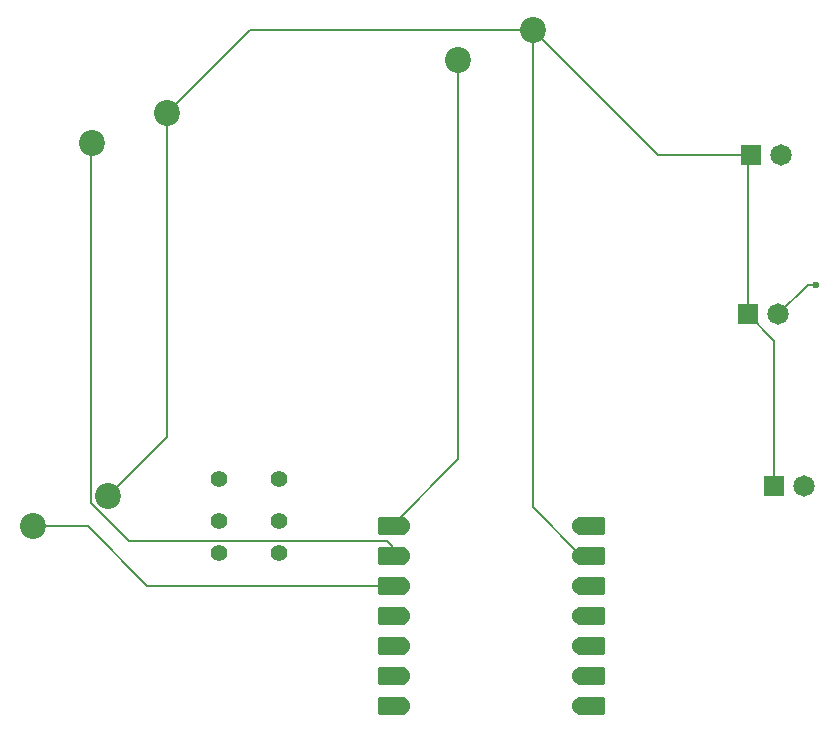
<source format=gbr>
%TF.GenerationSoftware,KiCad,Pcbnew,9.0.3*%
%TF.CreationDate,2025-07-19T14:34:47-07:00*%
%TF.ProjectId,Aurora,4175726f-7261-42e6-9b69-6361645f7063,rev?*%
%TF.SameCoordinates,Original*%
%TF.FileFunction,Copper,L1,Top*%
%TF.FilePolarity,Positive*%
%FSLAX46Y46*%
G04 Gerber Fmt 4.6, Leading zero omitted, Abs format (unit mm)*
G04 Created by KiCad (PCBNEW 9.0.3) date 2025-07-19 14:34:47*
%MOMM*%
%LPD*%
G01*
G04 APERTURE LIST*
G04 Aperture macros list*
%AMRoundRect*
0 Rectangle with rounded corners*
0 $1 Rounding radius*
0 $2 $3 $4 $5 $6 $7 $8 $9 X,Y pos of 4 corners*
0 Add a 4 corners polygon primitive as box body*
4,1,4,$2,$3,$4,$5,$6,$7,$8,$9,$2,$3,0*
0 Add four circle primitives for the rounded corners*
1,1,$1+$1,$2,$3*
1,1,$1+$1,$4,$5*
1,1,$1+$1,$6,$7*
1,1,$1+$1,$8,$9*
0 Add four rect primitives between the rounded corners*
20,1,$1+$1,$2,$3,$4,$5,0*
20,1,$1+$1,$4,$5,$6,$7,0*
20,1,$1+$1,$6,$7,$8,$9,0*
20,1,$1+$1,$8,$9,$2,$3,0*%
G04 Aperture macros list end*
%TA.AperFunction,SMDPad,CuDef*%
%ADD10RoundRect,0.152400X-1.063600X-0.609600X1.063600X-0.609600X1.063600X0.609600X-1.063600X0.609600X0*%
%TD*%
%TA.AperFunction,ComponentPad*%
%ADD11C,1.524000*%
%TD*%
%TA.AperFunction,SMDPad,CuDef*%
%ADD12RoundRect,0.152400X1.063600X0.609600X-1.063600X0.609600X-1.063600X-0.609600X1.063600X-0.609600X0*%
%TD*%
%TA.AperFunction,ComponentPad*%
%ADD13C,2.200000*%
%TD*%
%TA.AperFunction,ComponentPad*%
%ADD14C,1.400000*%
%TD*%
%TA.AperFunction,ComponentPad*%
%ADD15R,1.815000X1.815000*%
%TD*%
%TA.AperFunction,ComponentPad*%
%ADD16C,1.815000*%
%TD*%
%TA.AperFunction,ViaPad*%
%ADD17C,0.600000*%
%TD*%
%TA.AperFunction,Conductor*%
%ADD18C,0.200000*%
%TD*%
G04 APERTURE END LIST*
D10*
%TO.P,U1,14,VBUS*%
%TO.N,unconnected-(U1-VBUS-Pad14)*%
X161955000Y-62380000D03*
D11*
X161120000Y-62380000D03*
D10*
%TO.P,U1,13,GND*%
%TO.N,GND*%
X161955000Y-64920000D03*
D11*
X161120000Y-64920000D03*
D10*
%TO.P,U1,12,3V3*%
%TO.N,unconnected-(U1-3V3-Pad12)*%
X161955000Y-67460000D03*
D11*
X161120000Y-67460000D03*
D10*
%TO.P,U1,11,GPIO3/MOSI*%
%TO.N,unconnected-(U1-GPIO3{slash}MOSI-Pad11)*%
X161955000Y-70000000D03*
D11*
X161120000Y-70000000D03*
D10*
%TO.P,U1,10,GPIO4/MISO*%
%TO.N,unconnected-(U1-GPIO4{slash}MISO-Pad10)*%
X161955000Y-72540000D03*
D11*
X161120000Y-72540000D03*
D10*
%TO.P,U1,9,GPIO2/SCK*%
%TO.N,unconnected-(U1-GPIO2{slash}SCK-Pad9)*%
X161955000Y-75080000D03*
D11*
X161120000Y-75080000D03*
D10*
%TO.P,U1,8,GPIO1/RX*%
%TO.N,unconnected-(U1-GPIO1{slash}RX-Pad8)*%
X161955000Y-77620000D03*
D11*
X161120000Y-77620000D03*
%TO.P,U1,7,GPIO0/TX*%
%TO.N,unconnected-(U1-GPIO0{slash}TX-Pad7)*%
X145880000Y-77620000D03*
D12*
X145045000Y-77620000D03*
D11*
%TO.P,U1,6,GPIO7/SCL*%
%TO.N,LED-3*%
X145880000Y-75080000D03*
D12*
X145045000Y-75080000D03*
D11*
%TO.P,U1,5,GPIO6/SDA*%
%TO.N,LED-2*%
X145880000Y-72540000D03*
D12*
X145045000Y-72540000D03*
D11*
%TO.P,U1,4,GPIO29/ADC3/A3*%
%TO.N,LED-1*%
X145880000Y-70000000D03*
D12*
X145045000Y-70000000D03*
D11*
%TO.P,U1,3,GPIO28/ADC2/A2*%
%TO.N,button-3*%
X145880000Y-67460000D03*
D12*
X145045000Y-67460000D03*
D11*
%TO.P,U1,2,GPIO27/ADC1/A1*%
%TO.N,button-2*%
X145880000Y-64920000D03*
D12*
X145045000Y-64920000D03*
D11*
%TO.P,U1,1,GPIO26/ADC0/A0*%
%TO.N,button-1*%
X145880000Y-62380000D03*
D12*
X145045000Y-62380000D03*
%TD*%
D13*
%TO.P,SW3,1,1*%
%TO.N,GND*%
X121040000Y-59920000D03*
%TO.P,SW3,2,2*%
%TO.N,button-3*%
X114690000Y-62460000D03*
%TD*%
%TO.P,SW2,1,1*%
%TO.N,GND*%
X126040000Y-27420000D03*
%TO.P,SW2,2,2*%
%TO.N,button-2*%
X119690000Y-29960000D03*
%TD*%
%TO.P,SW1,1,1*%
%TO.N,GND*%
X157040000Y-20420000D03*
%TO.P,SW1,2,2*%
%TO.N,button-1*%
X150690000Y-22960000D03*
%TD*%
D14*
%TO.P,R3,1*%
%TO.N,Net-(D1-PadA)*%
X130465000Y-64702235D03*
%TO.P,R3,2*%
%TO.N,LED-3*%
X135545000Y-64702235D03*
%TD*%
%TO.P,R2,1*%
%TO.N,Net-(D2-PadA)*%
X130460000Y-62000000D03*
%TO.P,R2,2*%
%TO.N,LED-2*%
X135540000Y-62000000D03*
%TD*%
%TO.P,R1,1*%
%TO.N,Net-(D3-PadA)*%
X130465000Y-58402235D03*
%TO.P,R1,2*%
%TO.N,LED-1*%
X135545000Y-58402235D03*
%TD*%
D15*
%TO.P,D3,C*%
%TO.N,GND*%
X177460000Y-59000000D03*
D16*
%TO.P,D3,A*%
%TO.N,Net-(D3-PadA)*%
X180000000Y-59000000D03*
%TD*%
D15*
%TO.P,D2,C*%
%TO.N,GND*%
X175230000Y-44500000D03*
D16*
%TO.P,D2,A*%
%TO.N,Net-(D2-PadA)*%
X177770000Y-44500000D03*
%TD*%
D15*
%TO.P,D1,C*%
%TO.N,GND*%
X175460000Y-31000000D03*
D16*
%TO.P,D1,A*%
%TO.N,Net-(D1-PadA)*%
X178000000Y-31000000D03*
%TD*%
D17*
%TO.N,Net-(D2-PadA)*%
X181000000Y-42000000D03*
%TD*%
D18*
%TO.N,GND*%
X157040000Y-20420000D02*
X157040000Y-60840000D01*
X157040000Y-60840000D02*
X161120000Y-64920000D01*
%TO.N,Net-(D2-PadA)*%
X181000000Y-42000000D02*
X180270000Y-42000000D01*
X180270000Y-42000000D02*
X177770000Y-44500000D01*
X130460000Y-62000000D02*
X131000000Y-62000000D01*
%TO.N,LED-1*%
X135500000Y-58447235D02*
X135500000Y-58500000D01*
X135545000Y-58402235D02*
X135500000Y-58447235D01*
%TO.N,LED-3*%
X135202235Y-64702235D02*
X135000000Y-64500000D01*
X135545000Y-64702235D02*
X135202235Y-64702235D01*
%TO.N,button-3*%
X114690000Y-62460000D02*
X119341530Y-62460000D01*
X119341530Y-62460000D02*
X124341530Y-67460000D01*
X124341530Y-67460000D02*
X145880000Y-67460000D01*
%TO.N,button-2*%
X119690000Y-29960000D02*
X119639000Y-30011000D01*
X119639000Y-30011000D02*
X119639000Y-60500314D01*
X119639000Y-60500314D02*
X122839921Y-63701235D01*
X122839921Y-63701235D02*
X144661235Y-63701235D01*
X144661235Y-63701235D02*
X145880000Y-64920000D01*
%TO.N,GND*%
X121040000Y-59920000D02*
X126040000Y-54920000D01*
X126040000Y-54920000D02*
X126040000Y-27420000D01*
X126040000Y-27420000D02*
X133040000Y-20420000D01*
X133040000Y-20420000D02*
X157040000Y-20420000D01*
%TO.N,button-1*%
X150690000Y-22960000D02*
X150690000Y-56735000D01*
X150690000Y-56735000D02*
X145045000Y-62380000D01*
%TO.N,GND*%
X175460000Y-31000000D02*
X167620000Y-31000000D01*
X167620000Y-31000000D02*
X157040000Y-20420000D01*
X175230000Y-44500000D02*
X175230000Y-31230000D01*
X175230000Y-31230000D02*
X175460000Y-31000000D01*
X177460000Y-59000000D02*
X177460000Y-46730000D01*
X177460000Y-46730000D02*
X175230000Y-44500000D01*
%TD*%
M02*

</source>
